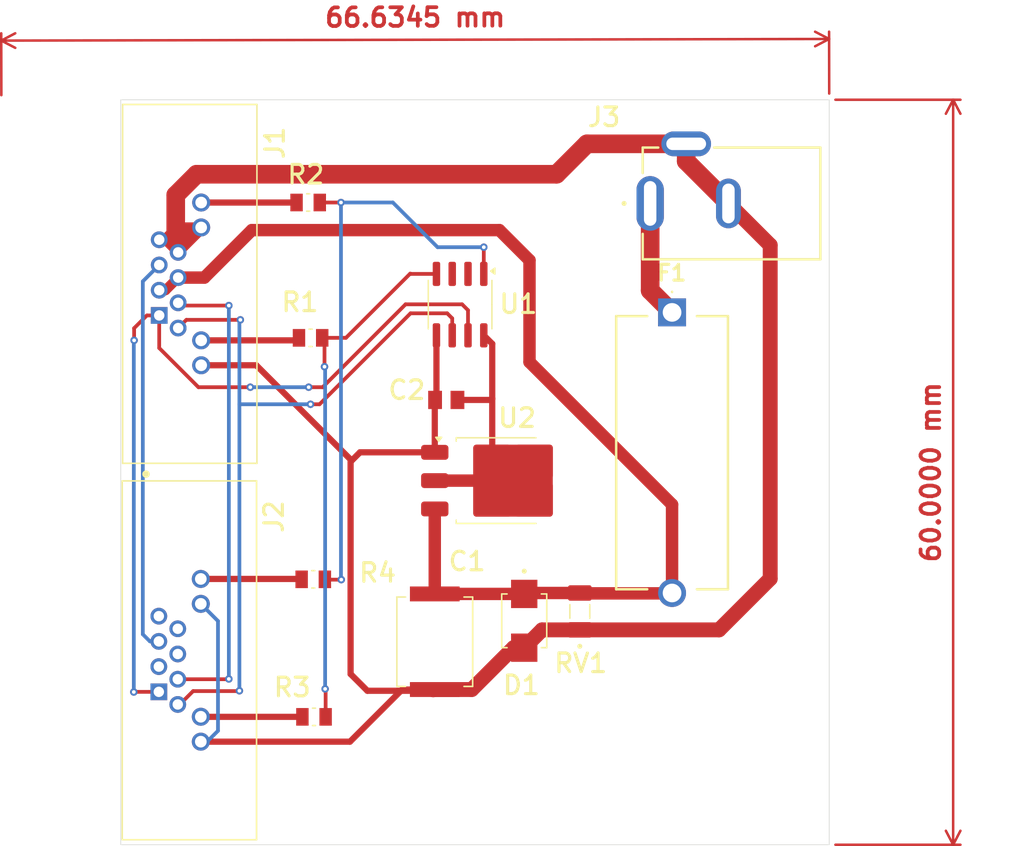
<source format=kicad_pcb>
(kicad_pcb (version 20240108) (generator "pcbnew") (generator_version "8.0")
  (layers (0 "F.Cu" signal) (31 "B.Cu" signal) (34 "B.Paste" user) (35 "F.Paste" user) (36 "B.SilkS" user "B.Silkscreen") (37 "F.SilkS" user "F.Silkscreen") (38 "B.Mask" user) (39 "F.Mask" user) (44 "Edge.Cuts" user))
  (net 0 "")
  (net 1 "Net-(F1-Pad1)")
  (net 2 "GND")
  (net 3 "+12V")
  (net 4 "+5VD")
  (net 5 "Net-(J1-Pad10)")
  (net 6 "Net-(J1-Pad12)")
  (net 9 "Net-(J2-Pad10)")
  (net 11 "Net-(J2-Pad12)")
  (net 13 "D")
  (net 14 "R")
  (net 17 "/RX+")
  (net 18 "/RX-")
  (net 19 "/TX1")
  (net 20 "/TX+")
  (footprint "Equatorial_foot:BEL_SS-60400-021" (layer "F.Cu") (at 88.6256 73.356 -90)
    (property "Reference" "J1" (at -11.356 -8.9494 90) (layer "F.SilkS") (effects (font (size 1.5 1.5) (thickness 0.25) (bold yes))))
    (property "Value" "SS-60400-021" (hide yes))
    (fp_line (start -14.45 3.3) (end -14.45 -7.51) (stroke (width 0.127)) (layer "F.SilkS"))
    (fp_line (start 14.45 3.3) (end -14.45 3.3) (stroke (width 0.127)) (layer "F.SilkS"))
    (fp_line (start -14.45 -7.51) (end 14.45 -7.51) (stroke (width 0.127)) (layer "F.SilkS"))
    (fp_line (start 14.45 -7.51) (end 14.45 3.3) (stroke (width 0.127)) (layer "F.SilkS"))
    (fp_circle (center 15.32 1.418) (end 15.47 1.418) (stroke (width 0.3)) (fill none) (layer "F.SilkS"))
    (pad "" np_thru_hole circle (at -9.271 0 270) (size 2.0828 2.0828) (drill 2.0828) (layers "*.Cu" "*.Mask"))
    (pad "" np_thru_hole circle (at 9.271 0 270) (size 2.0828 2.0828) (drill 2.0828) (layers "*.Cu" "*.Mask"))
    (pad "1" thru_hole rect (at 2.54 0.3556 270) (size 1.3462 1.3462) (drill 0.8382) (layers "*.Cu" "*.Mask") (net 20 "/TX+"))
    (pad "2" thru_hole circle (at 3.556 -1.1684 270) (size 1.3462 1.3462) (drill 0.8382) (layers "*.Cu" "*.Mask") (net 19 "/TX1"))
    (pad "3" thru_hole circle (at 1.524 -1.1684 270) (size 1.3462 1.3462) (drill 0.8382) (layers "*.Cu" "*.Mask") (net 17 "/RX+"))
    (pad "4" thru_hole circle (at -0.508 -1.1684 270) (size 1.3462 1.3462) (drill 0.8382) (layers "*.Cu" "*.Mask") (net 3 "+12V"))
    (pad "5" thru_hole circle (at 0.508 0.3556 270) (size 1.3462 1.3462) (drill 0.8382) (layers "*.Cu" "*.Mask") (net 3 "+12V"))
    (pad "6" thru_hole circle (at -1.524 0.3556 270) (size 1.3462 1.3462) (drill 0.8382) (layers "*.Cu" "*.Mask") (net 18 "/RX-"))
    (pad "7" thru_hole circle (at -3.556 0.3556 270) (size 1.3462 1.3462) (drill 0.8382) (layers "*.Cu" "*.Mask") (net 2 "GND"))
    (pad "8" thru_hole circle (at -2.54 -1.1684 270) (size 1.3462 1.3462) (drill 0.8382) (layers "*.Cu" "*.Mask") (net 2 "GND"))
    (pad "9" thru_hole circle (at 6.5532 -3.0226 270) (size 1.4478 1.4478) (drill 0.9398) (layers "*.Cu" "*.Mask") (net 2 "GND"))
    (pad "10" thru_hole circle (at 4.5466 -3.0226 270) (size 1.4478 1.4478) (drill 0.9398) (layers "*.Cu" "*.Mask") (net 5 "Net-(J1-Pad10)"))
    (pad "11" thru_hole circle (at -4.5466 -3.0226 270) (size 1.4478 1.4478) (drill 0.9398) (layers "*.Cu" "*.Mask") (net 2 "GND"))
    (pad "12" thru_hole circle (at -6.5532 -3.0226 270) (size 1.4478 1.4478) (drill 0.9398) (layers "*.Cu" "*.Mask") (net 6 "Net-(J1-Pad12)"))
  )
  (footprint "Equatorial_foot:RESC2012X65N" (layer "F.Cu") (at 100.455 77.7)
    (property "Reference" "R1" (at -0.855 -2.875 0) (layer "F.SilkS") (effects (font (size 1.5 1.5) (thickness 0.25) (bold yes))))
    (property "Value" "330R/1_4W" (hide yes))
    (fp_line (start -0.12 -0.7) (end 0.12 -0.7) (stroke (width 0.127)) (layer "F.SilkS"))
    (fp_line (start -0.12 0.7) (end 0.12 0.7) (stroke (width 0.127)) (layer "F.SilkS"))
    (pad "1" smd rect (at -0.935 0) (size 1 1.42) (layers "F.Cu" "F.Paste" "F.Mask") (net 5 "Net-(J1-Pad10)"))
    (pad "2" smd rect (at 0.935 0) (size 1 1.42) (layers "F.Cu" "F.Paste" "F.Mask") (net 13 "D"))
  )
  (footprint "Equatorial_foot:CAP_SMDIC04100TB00KQ00" (layer "F.Cu") (at 110.45 102.175 90)
    (property "Reference" "C1" (at 6.475 2.6 180) (layer "F.SilkS") (effects (font (size 1.5 1.5) (thickness 0.25) (bold yes))))
    (property "Value" "SMDIC04100TB00KQ00" (hide yes))
    (fp_line (start 3.6 -3.05) (end 3.6 -2.35) (stroke (width 0.127)) (layer "F.SilkS"))
    (fp_line (start -3.6 -3.05) (end 3.6 -3.05) (stroke (width 0.127)) (layer "F.SilkS"))
    (fp_line (start -3.6 -2.35) (end -3.6 -3.05) (stroke (width 0.127)) (layer "F.SilkS"))
    (fp_line (start -3.6 2.35) (end -3.6 3.05) (stroke (width 0.127)) (layer "F.SilkS"))
    (fp_line (start 3.6 3.05) (end 3.6 2.35) (stroke (width 0.127)) (layer "F.SilkS"))
    (fp_line (start -3.6 3.05) (end 3.6 3.05) (stroke (width 0.127)) (layer "F.SilkS"))
    (pad "1" smd rect (at -3.85 0 90) (size 1.2 4) (layers "F.Cu" "F.Paste" "F.Mask") (net 2 "GND"))
    (pad "2" smd rect (at 3.85 0 90) (size 1.2 4) (layers "F.Cu" "F.Paste" "F.Mask") (net 3 "+12V"))
  )
  (footprint "Equatorial_foot:BEL_SS-60400-021" (layer "F.Cu") (at 88.595 103.671 -90)
    (property "Reference" "J2" (at -11.571 -8.905 90) (layer "F.SilkS") (effects (font (size 1.5 1.5) (thickness 0.25) (bold yes))))
    (property "Value" "SS-60400-021" (hide yes))
    (fp_line (start -14.45 3.3) (end -14.45 -7.51) (stroke (width 0.127)) (layer "F.SilkS"))
    (fp_line (start 14.45 3.3) (end -14.45 3.3) (stroke (width 0.127)) (layer "F.SilkS"))
    (fp_line (start -14.45 -7.51) (end 14.45 -7.51) (stroke (width 0.127)) (layer "F.SilkS"))
    (fp_line (start 14.45 -7.51) (end 14.45 3.3) (stroke (width 0.127)) (layer "F.SilkS"))
    (pad "" np_thru_hole circle (at -9.271 0 270) (size 2.0828 2.0828) (drill 2.0828) (layers "*.Cu" "*.Mask"))
    (pad "" np_thru_hole circle (at 9.271 0 270) (size 2.0828 2.0828) (drill 2.0828) (layers "*.Cu" "*.Mask"))
    (pad "1" thru_hole rect (at 2.54 0.3556 270) (size 1.3462 1.3462) (drill 0.8382) (layers "*.Cu" "*.Mask") (net 20 "/TX+"))
    (pad "2" thru_hole circle (at 3.556 -1.1684 270) (size 1.3462 1.3462) (drill 0.8382) (layers "*.Cu" "*.Mask") (net 19 "/TX1"))
    (pad "3" thru_hole circle (at 1.524 -1.1684 270) (size 1.3462 1.3462) (drill 0.8382) (layers "*.Cu" "*.Mask") (net 17 "/RX+"))
    (pad "4" thru_hole circle (at -0.508 -1.1684 270) (size 1.3462 1.3462) (drill 0.8382) (layers "*.Cu" "*.Mask"))
    (pad "5" thru_hole circle (at 0.508 0.3556 270) (size 1.3462 1.3462) (drill 0.8382) (layers "*.Cu" "*.Mask"))
    (pad "6" thru_hole circle (at -1.524 0.3556 270) (size 1.3462 1.3462) (drill 0.8382) (layers "*.Cu" "*.Mask") (net 18 "/RX-"))
    (pad "7" thru_hole circle (at -3.556 0.3556 270) (size 1.3462 1.3462) (drill 0.8382) (layers "*.Cu" "*.Mask"))
    (pad "8" thru_hole circle (at -2.54 -1.1684 270) (size 1.3462 1.3462) (drill 0.8382) (layers "*.Cu" "*.Mask"))
    (pad "9" thru_hole circle (at 6.5532 -3.0226 270) (size 1.4478 1.4478) (drill 0.9398) (layers "*.Cu" "*.Mask") (net 2 "GND"))
    (pad "10" thru_hole circle (at 4.5466 -3.0226 270) (size 1.4478 1.4478) (drill 0.9398) (layers "*.Cu" "*.Mask") (net 9 "Net-(J2-Pad10)"))
    (pad "11" thru_hole circle (at -4.5466 -3.0226 270) (size 1.4478 1.4478) (drill 0.9398) (layers "*.Cu" "*.Mask") (net 2 "GND"))
    (pad "12" thru_hole circle (at -6.5532 -3.0226 270) (size 1.4478 1.4478) (drill 0.9398) (layers "*.Cu" "*.Mask") (net 11 "Net-(J2-Pad12)"))
  )
  (footprint "Equatorial_foot:696101000002" (layer "F.Cu") (at 129.55 75.65 -90)
    (property "Reference" "F1" (at -3.175 0.025 180) (layer "F.SilkS") (effects (font (size 1.27 1.27) (thickness 0.254))))
    (property "Value" "696101000002" (hide yes))
    (fp_line (start 0.3 4.5) (end 22.3 4.5) (stroke (width 0.2)) (layer "F.SilkS"))
    (fp_line (start 22.3 4.5) (end 22.3 2) (stroke (width 0.2)) (layer "F.SilkS"))
    (fp_line (start 0.3 2) (end 0.3 4.5) (stroke (width 0.2)) (layer "F.SilkS"))
    (fp_line (start -1.7 0) (end -1.7 0) (stroke (width 0.1)) (layer "F.SilkS"))
    (fp_line (start -1.6 0) (end -1.6 0) (stroke (width 0.1)) (layer "F.SilkS"))
    (fp_line (start 22.3 -2) (end 22.3 -4.5) (stroke (width 0.2)) (layer "F.SilkS"))
    (fp_line (start 0.3 -4.5) (end 0.3 -2) (stroke (width 0.2)) (layer "F.SilkS"))
    (fp_line (start 22.3 -4.5) (end 0.3 -4.5) (stroke (width 0.2)) (layer "F.SilkS"))
    (fp_arc (start -1.7 0) (mid -1.65 -0.05) (end -1.6 0) (stroke (width 0.1)) (layer "F.SilkS"))
    (fp_arc (start -1.6 0) (mid -1.65 0.05) (end -1.7 0) (stroke (width 0.1)) (layer "F.SilkS"))
    (pad "1" thru_hole rect (at 0 0 270) (size 2.25 2.25) (drill 1.5) (layers "*.Cu" "*.Mask") (net 1 "Net-(F1-Pad1)"))
    (pad "2" thru_hole circle (at 22.6 0 270) (size 2.25 2.25) (drill 1.5) (layers "*.Cu" "*.Mask") (net 3 "+12V"))
  )
  (footprint "Equatorial_foot:GCT_DCJ200-10-A-XX-K_REVA" (layer "F.Cu") (at 134.3375 66.875 90)
    (property "Reference" "J3" (at 6.95 -10.2625 180) (layer "F.SilkS") (effects (font (size 1.5 1.5) (thickness 0.25) (bold yes))))
    (property "Value" "DCJ200-10-A-XX-K_REVA" (hide yes))
    (fp_line (start 4.5 -7.15) (end 4.5 -5.9) (stroke (width 0.2)) (layer "F.SilkS"))
    (fp_line (start 2.45 -7.15) (end 4.5 -7.15) (stroke (width 0.2)) (layer "F.SilkS"))
    (fp_line (start -2.45 -7.15) (end -4.5 -7.15) (stroke (width 0.2)) (layer "F.SilkS"))
    (fp_line (start 4.5 7.15) (end 4.5 -1.4) (stroke (width 0.2)) (layer "F.SilkS"))
    (fp_line (start -4.5 7.15) (end -4.5 -7.15) (stroke (width 0.2)) (layer "F.SilkS"))
    (fp_line (start -4.5 7.15) (end 4.5 7.15) (stroke (width 0.2)) (layer "F.SilkS"))
    (fp_circle (center 0 -8.65) (end 0.1 -8.65) (stroke (width 0.2)) (fill none) (layer "F.SilkS"))
    (pad "1" thru_hole oval (at 0 -6.55 90) (size 4.4 2.2) (drill oval 3.6 1) (layers "*.Cu" "*.Mask") (net 1 "Net-(F1-Pad1)"))
    (pad "2" thru_hole oval (at 0 -0.25 90) (size 4 2) (drill oval 3.2 1) (layers "*.Cu" "*.Mask") (net 2 "GND"))
    (pad "3" thru_hole oval (at 4.8 -3.65 90) (size 2 4) (drill oval 1 3.2) (layers "*.Cu" "*.Mask") (net 2 "GND"))
  )
  (footprint "Equatorial_foot:22uF_16V" (layer "F.Cu") (at 111.375 82.7 180)
    (property "Reference" "C2" (at 3.175 0.8 0) (layer "F.SilkS") (effects (font (size 1.5 1.5) (thickness 0.25) (bold yes))))
    (property "Value" "22uF/16V" (hide yes))
    (pad "1" smd rect (at -0.9 0 180) (size 1.11 1.47) (layers "F.Cu" "F.Paste" "F.Mask") (net 4 "+5VD"))
    (pad "2" smd rect (at 0.9 0 180) (size 1.11 1.47) (layers "F.Cu" "F.Paste" "F.Mask") (net 2 "GND"))
  )
  (footprint "Equatorial_foot:DIOM4336X265N" (layer "F.Cu") (at 117.65 100.49 -90)
    (property "Reference" "D1" (at 5.185 0.225 180) (layer "F.SilkS") (effects (font (size 1.5 1.5) (thickness 0.25) (bold yes))))
    (property "Value" "SMBJ58A" (hide yes))
    (fp_line (start -2.1625 1.8125) (end 2.1625 1.8125) (stroke (width 0.127)) (layer "F.SilkS"))
    (fp_line (start -2.1625 1.8125) (end -2.1625 1.38) (stroke (width 0.127)) (layer "F.SilkS"))
    (fp_line (start 2.1625 1.8125) (end 2.1625 1.38) (stroke (width 0.127)) (layer "F.SilkS"))
    (fp_line (start 2.1625 -1.38) (end 2.1625 -1.8125) (stroke (width 0.127)) (layer "F.SilkS"))
    (fp_line (start -2.1625 -1.8125) (end -2.1625 -1.38) (stroke (width 0.127)) (layer "F.SilkS"))
    (fp_line (start 2.1625 -1.8125) (end -2.1625 -1.8125) (stroke (width 0.127)) (layer "F.SilkS"))
    (fp_circle (center -4 0) (end -3.9 0) (stroke (width 0.2)) (fill none) (layer "F.SilkS"))
    (pad "A" smd rect (at 2.165 0 270) (size 2.28 2.12) (layers "F.Cu" "F.Paste" "F.Mask") (net 2 "GND"))
    (pad "C" smd rect (at -2.165 0 270) (size 2.28 2.12) (layers "F.Cu" "F.Paste" "F.Mask") (net 3 "+12V"))
  )
  (footprint "Equatorial_foot:VARC3216X180N" (layer "F.Cu") (at 122.125 99.735 90)
    (property "Reference" "RV1" (at -4.165 0.075 180) (layer "F.SilkS") (effects (font (size 1.5 1.5) (thickness 0.25) (bold yes))))
    (property "Value" "V56MLA1206N" (hide yes))
    (fp_line (start 0.545 -0.8) (end -0.545 -0.8) (stroke (width 0.127)) (layer "F.SilkS"))
    (fp_line (start -0.545 0.8) (end 0.545 0.8) (stroke (width 0.127)) (layer "F.SilkS"))
    (fp_circle (center -2.805 0) (end -2.705 0) (stroke (width 0.2)) (fill none) (layer "F.SilkS"))
    (pad "1" smd roundrect (at -1.485 0 90) (size 1.24 1.89) (layers "F.Cu" "F.Paste" "F.Mask") (roundrect_rratio 0.125) (net 2 "GND"))
    (pad "2" smd roundrect (at 1.485 0 90) (size 1.24 1.89) (layers "F.Cu" "F.Paste" "F.Mask") (roundrect_rratio 0.125) (net 3 "+12V"))
  )
  (footprint "Package_SO:SOIC-8_3.9x4.9mm_P1.27mm" (layer "F.Cu") (at 112.49 75.025 -90)
    (property "Reference" "U1" (at -0.05 -4.685 0) (layer "F.SilkS") (effects (font (size 1.5 1.5) (thickness 0.25) (bold yes))))
    (property "Value" "SN75176AD" (hide yes))
    (fp_line (start 0 2.56) (end -1.95 2.56) (stroke (width 0.12)) (layer "F.SilkS"))
    (fp_line (start 0 2.56) (end 1.95 2.56) (stroke (width 0.12)) (layer "F.SilkS"))
    (fp_line (start 0 -2.56) (end -1.95 -2.56) (stroke (width 0.12)) (layer "F.SilkS"))
    (fp_line (start 0 -2.56) (end 1.95 -2.56) (stroke (width 0.12)) (layer "F.SilkS"))
    (fp_poly (pts (xy -2.7 -2.465) (xy -2.94 -2.795) (xy -2.46 -2.795) (xy -2.7 -2.465)) (stroke (width 0.12)) (fill solid) (layer "F.SilkS"))
    (pad "1" smd roundrect (at -2.475 -1.905 270) (size 1.95 0.6) (layers "F.Cu" "F.Paste" "F.Mask") (net 14 "R"))
    (pad "2" smd roundrect (at -2.475 -0.635 270) (size 1.95 0.6) (layers "F.Cu" "F.Paste" "F.Mask"))
    (pad "3" smd roundrect (at -2.475 0.635 270) (size 1.95 0.6) (layers "F.Cu" "F.Paste" "F.Mask"))
    (pad "4" smd roundrect (at -2.475 1.905 270) (size 1.95 0.6) (layers "F.Cu" "F.Paste" "F.Mask") (net 13 "D"))
    (pad "5" smd roundrect (at 2.475 1.905 270) (size 1.95 0.6) (layers "F.Cu" "F.Paste" "F.Mask") (net 2 "GND"))
    (pad "6" smd roundrect (at 2.475 0.635 270) (size 1.95 0.6) (layers "F.Cu" "F.Paste" "F.Mask") (net 19 "/TX1"))
    (pad "7" smd roundrect (at 2.475 -0.635 270) (size 1.95 0.6) (layers "F.Cu" "F.Paste" "F.Mask") (net 20 "/TX+"))
    (pad "8" smd roundrect (at 2.475 -1.905 270) (size 1.95 0.6) (layers "F.Cu" "F.Paste" "F.Mask") (net 4 "+5VD"))
  )
  (footprint "Equatorial_foot:RESC2012X65N" (layer "F.Cu") (at 100.67 97.15)
    (property "Reference" "R4" (at 5.18 -0.525 0) (layer "F.SilkS") (effects (font (size 1.5 1.5) (thickness 0.25) (bold yes))))
    (property "Value" "330R/1_4W")
    (fp_line (start -0.12 -0.7) (end 0.12 -0.7) (stroke (width 0.127)) (layer "F.SilkS"))
    (fp_line (start -0.12 0.7) (end 0.12 0.7) (stroke (width 0.127)) (layer "F.SilkS"))
    (pad "1" smd rect (at -0.935 0) (size 1 1.42) (layers "F.Cu" "F.Paste" "F.Mask") (net 11 "Net-(J2-Pad12)"))
    (pad "2" smd rect (at 0.935 0) (size 1 1.42) (layers "F.Cu" "F.Paste" "F.Mask") (net 14 "R"))
  )
  (footprint "Equatorial_foot:RESC2012X65N" (layer "F.Cu") (at 100.73 108.225)
    (property "Reference" "R3" (at -1.755 -2.375 0) (layer "F.SilkS") (effects (font (size 1.5 1.5) (thickness 0.25) (bold yes))))
    (property "Value" "330R/1_4W" (hide yes))
    (fp_line (start -0.12 -0.7) (end 0.12 -0.7) (stroke (width 0.127)) (layer "F.SilkS"))
    (fp_line (start -0.12 0.7) (end 0.12 0.7) (stroke (width 0.127)) (layer "F.SilkS"))
    (pad "1" smd rect (at -0.935 0) (size 1 1.42) (layers "F.Cu" "F.Paste" "F.Mask") (net 9 "Net-(J2-Pad10)"))
    (pad "2" smd rect (at 0.935 0) (size 1 1.42) (layers "F.Cu" "F.Paste" "F.Mask") (net 13 "D"))
  )
  (footprint "Package_TO_SOT_SMD:TO-252-3_TabPin2" (layer "F.Cu") (at 115.49 89.2)
    (property "Reference" "U2" (at 1.585 -5.05 0) (layer "F.SilkS") (effects (font (size 1.5 1.5) (thickness 0.25) (bold yes))))
    (property "Value" "LM1117DT-5.0" (hide yes))
    (fp_line (start -3.31 -3.45) (end -3.31 -3.18) (stroke (width 0.12)) (layer "F.SilkS"))
    (fp_line (start -3.31 3.45) (end -3.31 3.18) (stroke (width 0.12)) (layer "F.SilkS"))
    (fp_line (start 3.11 -3.45) (end -3.31 -3.45) (stroke (width 0.12)) (layer "F.SilkS"))
    (fp_line (start 3.11 3.45) (end -3.31 3.45) (stroke (width 0.12)) (layer "F.SilkS"))
    (fp_poly (pts (xy -4.725 -3.16) (xy -4.965 -3.49) (xy -4.485 -3.49) (xy -4.725 -3.16)) (stroke (width 0.12)) (fill solid) (layer "F.SilkS"))
    (pad "1" smd roundrect (at -5.04 -2.28) (size 2.2 1.2) (layers "F.Cu" "F.Paste" "F.Mask") (roundrect_rratio 0.208333) (net 2 "GND"))
    (pad "2" smd roundrect (at -5.04 0) (size 2.2 1.2) (layers "F.Cu" "F.Paste" "F.Mask") (roundrect_rratio 0.208333) (net 4 "+5VD"))
    (pad "2" smd roundrect (at -0.415 -1.525) (size 3.05 2.75) (layers "F.Cu" "F.Paste") (roundrect_rratio 0.090909) (net 4 "+5VD"))
    (pad "2" smd roundrect (at -0.415 1.525) (size 3.05 2.75) (layers "F.Cu" "F.Paste") (roundrect_rratio 0.090909) (net 4 "+5VD"))
    (pad "2" smd roundrect (at 1.26 0) (size 6.4 5.8) (layers "F.Cu" "F.Mask") (roundrect_rratio 0.043103) (net 4 "+5VD"))
    (pad "2" smd roundrect (at 2.935 -1.525) (size 3.05 2.75) (layers "F.Cu" "F.Paste") (roundrect_rratio 0.090909) (net 4 "+5VD"))
    (pad "2" smd roundrect (at 2.935 1.525) (size 3.05 2.75) (layers "F.Cu" "F.Paste") (roundrect_rratio 0.090909) (net 4 "+5VD"))
    (pad "3" smd roundrect (at -5.04 2.28) (size 2.2 1.2) (layers "F.Cu" "F.Paste" "F.Mask") (roundrect_rratio 0.208333) (net 3 "+12V"))
  )
  (footprint "Equatorial_foot:RESC2012X65N" (layer "F.Cu") (at 100.26 66.8)
    (property "Reference" "R2" (at -0.185 -2.25 0) (layer "F.SilkS") (effects (font (size 1.5 1.5) (thickness 0.25) (bold yes))))
    (property "Value" "330R/1_4W")
    (fp_line (start -0.12 -0.7) (end 0.12 -0.7) (stroke (width 0.127)) (layer "F.SilkS"))
    (fp_line (start -0.12 0.7) (end 0.12 0.7) (stroke (width 0.127)) (layer "F.SilkS"))
    (pad "1" smd rect (at -0.935 0) (size 1 1.42) (layers "F.Cu" "F.Paste" "F.Mask") (net 6 "Net-(J1-Pad12)"))
    (pad "2" smd rect (at 0.935 0) (size 1 1.42) (layers "F.Cu" "F.Paste" "F.Mask") (net 14 "R"))
  )
  (gr_rect (start 85.175 58.525) (end 142.2 118.525) (stroke (width 0.05)) (fill none) (layer "Edge.Cuts"))
  (dimension (type aligned) (layer "F.Cu") (pts (xy 142.2 58.525) (xy 75.5656 58.656)) (height 4.895851) (gr_text "66,6345 mm" (at 108.869636 51.894661 0.1126405797) (layer "F.Cu") (effects (font (size 1.5 1.5) (thickness 0.3)))) (format (prefix "") (suffix "") (units 3) (units_format 1) (precision 4)) (style (thickness 0.2) (arrow_length 1.27) (text_position_mode 0) (extension_height 0.58642) (extension_offset 0.5) keep_text_aligned))
  (dimension (type aligned) (layer "F.Cu") (pts (xy 142.2 58.525) (xy 142.2 118.525)) (height -9.975) (gr_text "60,0000 mm" (at 150.375 88.525 90) (layer "F.Cu") (effects (font (size 1.5 1.5) (thickness 0.3)))) (format (prefix "") (suffix "") (units 3) (units_format 1) (precision 4)) (style (thickness 0.2) (arrow_length 1.27) (text_position_mode 0) (extension_height 0.58642) (extension_offset 0.5) keep_text_aligned))
  (segment (start 127.7875 66.875) (end 127.7875 73.8875) (width 1.5) (layer "F.Cu") (net 1))
  (segment (start 129.725 75.475) (end 129.55 75.65) (width 1.5) (layer "F.Cu") (net 1))
  (segment (start 127.7875 73.8875) (end 129.55 75.65) (width 1.5) (layer "F.Cu") (net 1))
  (segment (start 91.6482 68.8094) (end 91.6482 68.9618) (width 0.8) (layer "F.Cu") (net 2))
  (segment (start 103.675 87.675) (end 103.675 87.5) (width 0.3) (layer "F.Cu") (net 2))
  (segment (start 130.6875 62.075) (end 130.6875 63.475) (width 1.5) (layer "F.Cu") (net 2))
  (segment (start 110.585 77.5) (end 110.585 82.59) (width 0.5) (layer "F.Cu") (net 2))
  (segment (start 137.45 70.2375) (end 134.0875 66.875) (width 1.2) (layer "F.Cu") (net 2))
  (segment (start 90.1156 68.8094) (end 88.9515 69.9735) (width 0.8) (layer "F.Cu") (net 2))
  (segment (start 130.6875 63.475) (end 134.0875 66.875) (width 1.5) (layer "F.Cu") (net 2))
  (segment (start 137.45 97.1) (end 137.45 70.2375) (width 1.2) (layer "F.Cu") (net 2))
  (segment (start 122.7 62.075) (end 130.6875 62.075) (width 1.5) (layer "F.Cu") (net 2))
  (segment (start 103.675 87.5) (end 96.0842 79.9092) (width 0.5) (layer "F.Cu") (net 2))
  (segment (start 88.27 69.8) (end 88.7 69.8) (width 0.8) (layer "F.Cu") (net 2))
  (segment (start 88.7 69.8) (end 89.6906 68.8094) (width 0.8) (layer "F.Cu") (net 2))
  (segment (start 103.675 87.675) (end 103.675 104.775) (width 0.5) (layer "F.Cu") (net 2))
  (segment (start 113.425 106.025) (end 116.795 102.655) (width 1.2) (layer "F.Cu") (net 2))
  (segment (start 110.45 106.025) (end 107.825 106.025) (width 0.5) (layer "F.Cu") (net 2))
  (segment (start 110.35 106.125) (end 108.15 106.125) (width 0.3) (layer "F.Cu") (net 2))
  (segment (start 91.275 64.525) (end 120.25 64.525) (width 1.5) (layer "F.Cu") (net 2))
  (segment (start 91.6482 68.9618) (end 89.794 70.816) (width 0.8) (layer "F.Cu") (net 2))
  (segment (start 88.778 69.8) (end 88.7 69.8) (width 0.8) (layer "F.Cu") (net 2))
  (segment (start 110.585 82.59) (end 110.475 82.7) (width 0.5) (layer "F.Cu") (net 2))
  (segment (start 96.0842 79.9092) (end 91.6482 79.9092) (width 0.5) (layer "F.Cu") (net 2))
  (segment (start 119.085 101.22) (end 133.33 101.22) (width 1.2) (layer "F.Cu") (net 2))
  (segment (start 107.825 106.025) (end 103.6258 110.2242) (width 0.5) (layer "F.Cu") (net 2))
  (segment (start 103.6258 110.2242) (end 91.6176 110.2242) (width 0.5) (layer "F.Cu") (net 2))
  (segment (start 91.1156 68.8094) (end 90.375 69.55) (width 0.8) (layer "F.Cu") (net 2))
  (segment (start 103.675 104.775) (end 105.025 106.125) (width 0.5) (layer "F.Cu") (net 2))
  (segment (start 110.45 82.725) (end 110.475 82.7) (width 0.5) (layer "F.Cu") (net 2))
  (segment (start 89.6 69.65) (end 89.6 66.2) (width 1.5) (layer "F.Cu") (net 2))
  (segment (start 110.325 106.15) (end 110.45 106.025) (width 1) (layer "F.Cu") (net 2))
  (segment (start 120.25 64.525) (end 122.7 62.075) (width 1.5) (layer "F.Cu") (net 2))
  (segment (start 89.794 70.816) (end 88.9515 69.9735) (width 0.8) (layer "F.Cu") (net 2))
  (segment (start 104.43 86.92) (end 103.675 87.675) (width 0.5) (layer "F.Cu") (net 2))
  (segment (start 110.45 106.025) (end 110.35 106.125) (width 0.3) (layer "F.Cu") (net 2))
  (segment (start 95.9658 79.9092) (end 91.6482 79.9092) (width 0.3) (layer "F.Cu") (net 2))
  (segment (start 89.75 69.8) (end 89.6 69.65) (width 0.8) (layer "F.Cu") (net 2))
  (segment (start 88.9515 69.9735) (end 88.778 69.8) (width 0.8) (layer "F.Cu") (net 2))
  (segment (start 110.45 106.025) (end 113.425 106.025) (width 1.2) (layer "F.Cu") (net 2))
  (segment (start 89.6906 68.8094) (end 91.6482 68.8094) (width 0.8) (layer "F.Cu") (net 2))
  (segment (start 110.45 86.92) (end 110.45 82.725) (width 0.5) (layer "F.Cu") (net 2))
  (segment (start 117.65 102.655) (end 119.085 101.22) (width 1.2) (layer "F.Cu") (net 2))
  (segment (start 91.6482 68.8094) (end 91.1156 68.8094) (width 0.8) (layer "F.Cu") (net 2))
  (segment (start 88.27 69.8) (end 89.75 69.8) (width 0.8) (layer "F.Cu") (net 2))
  (segment (start 110.45 86.92) (end 104.43 86.92) (width 0.5) (layer "F.Cu") (net 2))
  (segment (start 116.795 102.655) (end 117.65 102.655) (width 1.2) (layer "F.Cu") (net 2))
  (segment (start 110.35 106.125) (end 105.025 106.125) (width 0.5) (layer "F.Cu") (net 2))
  (segment (start 89.6 66.2) (end 91.275 64.525) (width 1.5) (layer "F.Cu") (net 2))
  (segment (start 133.33 101.22) (end 137.45 97.1) (width 1.2) (layer "F.Cu") (net 2))
  (segment (start 91.6482 68.8094) (end 90.1156 68.8094) (width 0.8) (layer "F.Cu") (net 2))
  (segment (start 89.75 69.8) (end 89.925 69.8) (width 0.8) (layer "F.Cu") (net 2))
  (segment (start 93 109.35) (end 93 100.5068) (width 0.3) (layer "B.Cu") (net 2))
  (segment (start 93 100.5068) (end 91.6176 99.1244) (width 0.3) (layer "B.Cu") (net 2))
  (segment (start 91.6176 110.2242) (end 92.1258 110.2242) (width 0.3) (layer "B.Cu") (net 2))
  (segment (start 92.1258 110.2242) (end 93 109.35) (width 0.3) (layer "B.Cu") (net 2))
  (segment (start 129.52 98.28) (end 129.55 98.25) (width 1) (layer "F.Cu") (net 3))
  (segment (start 88.27 73.864) (end 88.778 73.864) (width 0.8) (layer "F.Cu") (net 3))
  (segment (start 122.125 98.25) (end 117.725 98.25) (width 1) (layer "F.Cu") (net 3))
  (segment (start 122.155 98.28) (end 129.52 98.28) (width 1) (layer "F.Cu") (net 3))
  (segment (start 88.778 73.864) (end 89.794 72.848) (width 0.8) (layer "F.Cu") (net 3))
  (segment (start 110.345 91.375) (end 110.45 91.48) (width 0.8) (layer "F.Cu") (net 3))
  (segment (start 118.075 71.45) (end 115.65 69.025) (width 1) (layer "F.Cu") (net 3))
  (segment (start 129.55 91.125) (end 118.075 79.65) (width 1) (layer "F.Cu") (net 3))
  (segment (start 95.725 69.025) (end 91.902 72.848) (width 1) (layer "F.Cu") (net 3))
  (segment (start 117.65 98.325) (end 110.45 98.325) (width 1) (layer "F.Cu") (net 3))
  (segment (start 91.902 72.848) (end 89.794 72.848) (width 1) (layer "F.Cu") (net 3))
  (segment (start 115.65 69.025) (end 95.725 69.025) (width 1) (layer "F.Cu") (net 3))
  (segment (start 129.55 98.25) (end 129.55 91.125) (width 1) (layer "F.Cu") (net 3))
  (segment (start 118.075 79.65) (end 118.075 71.45) (width 1) (layer "F.Cu") (net 3))
  (segment (start 110.45 98.325) (end 110.45 91.48) (width 1) (layer "F.Cu") (net 3))
  (segment (start 122.125 98.25) (end 122.155 98.28) (width 1) (layer "F.Cu") (net 3))
  (segment (start 117.725 98.25) (end 117.65 98.325) (width 1) (layer "F.Cu") (net 3))
  (segment (start 114.395 77.5) (end 115.075 78.18) (width 0.5) (layer "F.Cu") (net 4))
  (segment (start 114.975 82.7) (end 115.075 82.6) (width 0.5) (layer "F.Cu") (net 4))
  (segment (start 110.45 89.2) (end 116.75 89.2) (width 1) (layer "F.Cu") (net 4))
  (segment (start 115.075 78.18) (end 115.075 82.6) (width 0.5) (layer "F.Cu") (net 4))
  (segment (start 115.075 82.6) (end 115.075 87.675) (width 0.5) (layer "F.Cu") (net 4))
  (segment (start 114.395 86.995) (end 115.075 87.675) (width 0.5) (layer "F.Cu") (net 4))
  (segment (start 112.275 82.7) (end 114.975 82.7) (width 0.5) (layer "F.Cu") (net 4))
  (segment (start 91.6482 77.9026) (end 99.3174 77.9026) (width 0.5) (layer "F.Cu") (net 5))
  (segment (start 99.3174 77.9026) (end 99.52 77.7) (width 0.3) (layer "F.Cu") (net 5))
  (segment (start 91.6482 66.8028) (end 99.3222 66.8028) (width 0.5) (layer "F.Cu") (net 6))
  (segment (start 99.3222 66.8028) (end 99.325 66.8) (width 0.3) (layer "F.Cu") (net 6))
  (segment (start 91.625 108.225) (end 99.795 108.225) (width 0.5) (layer "F.Cu") (net 9))
  (segment (start 99.7876 108.2176) (end 99.795 108.225) (width 0.8) (layer "F.Cu") (net 9))
  (segment (start 91.6176 108.2176) (end 91.625 108.225) (width 0.8) (layer "F.Cu") (net 9))
  (segment (start 91.6176 97.1178) (end 99.7028 97.1178) (width 0.5) (layer "F.Cu") (net 11))
  (segment (start 99.7028 97.1178) (end 99.735 97.15) (width 0.3) (layer "F.Cu") (net 11))
  (segment (start 101.575 80.025) (end 101.575 77.885) (width 0.3) (layer "F.Cu") (net 13))
  (segment (start 108.475 72.525) (end 108.5 72.55) (width 0.3) (layer "F.Cu") (net 13))
  (segment (start 101.665 106.015) (end 101.625 105.975) (width 0.3) (layer "F.Cu") (net 13))
  (segment (start 103.3 77.7) (end 108.475 72.525) (width 0.3) (layer "F.Cu") (net 13))
  (segment (start 108.5 72.55) (end 110.585 72.55) (width 0.3) (layer "F.Cu") (net 13))
  (segment (start 101.575 77.885) (end 101.39 77.7) (width 0.3) (layer "F.Cu") (net 13))
  (segment (start 101.39 77.7) (end 103.3 77.7) (width 0.3) (layer "F.Cu") (net 13))
  (segment (start 101.665 108.225) (end 101.665 106.015) (width 0.3) (layer "F.Cu") (net 13))
  (via (at 101.575 80.025) (size 0.6) (drill 0.3) (layers "F.Cu" "B.Cu") (net 13))
  (via (at 101.625 105.975) (size 0.6) (drill 0.3) (layers "F.Cu" "B.Cu") (net 13))
  (segment (start 101.625 105.975) (end 101.625 80.075) (width 0.3) (layer "B.Cu") (net 13))
  (segment (start 101.625 80.075) (end 101.575 80.025) (width 0.3) (layer "B.Cu") (net 13))
  (segment (start 114.395 72.55) (end 114.395 70.4) (width 0.3) (layer "F.Cu") (net 14))
  (segment (start 102.9 66.8) (end 101.195 66.8) (width 0.3) (layer "F.Cu") (net 14))
  (segment (start 102.925 97.175) (end 101.63 97.175) (width 0.3) (layer "F.Cu") (net 14))
  (segment (start 101.63 97.175) (end 101.605 97.15) (width 0.3) (layer "F.Cu") (net 14))
  (via (at 114.395 70.4) (size 0.6) (drill 0.3) (layers "F.Cu" "B.Cu") (net 14))
  (via (at 102.9 66.8) (size 0.6) (drill 0.3) (layers "F.Cu" "B.Cu") (net 14))
  (via (at 102.925 97.175) (size 0.6) (drill 0.3) (layers "F.Cu" "B.Cu") (net 14))
  (segment (start 110.675 70.4) (end 107.075 66.8) (width 0.3) (layer "B.Cu") (net 14))
  (segment (start 107.075 66.8) (end 102.9 66.8) (width 0.3) (layer "B.Cu") (net 14))
  (segment (start 114.395 70.4) (end 110.675 70.4) (width 0.3) (layer "B.Cu") (net 14))
  (segment (start 102.9 97.15) (end 102.925 97.175) (width 0.3) (layer "B.Cu") (net 14))
  (segment (start 102.9 66.8) (end 102.9 97.15) (width 0.3) (layer "B.Cu") (net 14))
  (segment (start 93.855 105.195) (end 93.875 105.175) (width 0.3) (layer "F.Cu") (net 17))
  (segment (start 93.875 75.1) (end 90.014 75.1) (width 0.3) (layer "F.Cu") (net 17))
  (segment (start 89.7634 105.195) (end 93.855 105.195) (width 0.3) (layer "F.Cu") (net 17))
  (segment (start 90.014 75.1) (end 89.794 74.88) (width 0.3) (layer "F.Cu") (net 17))
  (via (at 93.875 105.175) (size 0.6) (drill 0.3) (layers "F.Cu" "B.Cu") (net 17))
  (via (at 93.875 75.1) (size 0.6) (drill 0.3) (layers "F.Cu" "B.Cu") (net 17))
  (segment (start 93.875 105.175) (end 93.875 75.1) (width 0.3) (layer "B.Cu") (net 17))
  (segment (start 88.2394 102.147) (end 87.522 102.147) (width 0.3) (layer "B.Cu") (net 18))
  (segment (start 87.522 102.147) (end 86.95 101.575) (width 0.3) (layer "B.Cu") (net 18))
  (segment (start 86.95 101.575) (end 86.95 73.152) (width 0.3) (layer "B.Cu") (net 18))
  (segment (start 86.95 73.152) (end 88.27 71.832) (width 0.3) (layer "B.Cu") (net 18))
  (segment (start 88.27 71.832) (end 87.868 71.832) (width 0.3) (layer "B.Cu") (net 18))
  (segment (start 94.8 76.25) (end 90.456 76.25) (width 0.3) (layer "F.Cu") (net 19))
  (segment (start 89.923 107.227) (end 91 106.15) (width 0.3) (layer "F.Cu") (net 19))
  (segment (start 111.855 76.13) (end 111.45 75.725) (width 0.3) (layer "F.Cu") (net 19))
  (segment (start 91 106.15) (end 94.7 106.15) (width 0.3) (layer "F.Cu") (net 19))
  (segment (start 89.7634 107.227) (end 89.923 107.227) (width 0.3) (layer "F.Cu") (net 19))
  (segment (start 94.7 106.15) (end 94.725 106.125) (width 0.3) (layer "F.Cu") (net 19))
  (segment (start 108.5 75.725) (end 101.175 83.05) (width 0.3) (layer "F.Cu") (net 19))
  (segment (start 111.855 77.5) (end 111.855 76.13) (width 0.3) (layer "F.Cu") (net 19))
  (segment (start 111.45 75.725) (end 108.5 75.725) (width 0.3) (layer "F.Cu") (net 19))
  (segment (start 90.456 76.25) (end 89.794 76.912) (width 0.3) (layer "F.Cu") (net 19))
  (segment (start 101.175 83.05) (end 100.45 83.05) (width 0.3) (layer "F.Cu") (net 19))
  (via (at 100.45 83.05) (size 0.6) (drill 0.3) (layers "F.Cu" "B.Cu") (net 19))
  (via (at 94.725 106.125) (size 0.6) (drill 0.3) (layers "F.Cu" "B.Cu") (net 19))
  (via (at 94.8 76.25) (size 0.6) (drill 0.3) (layers "F.Cu" "B.Cu") (net 19))
  (segment (start 100.45 83.05) (end 94.725 83.05) (width 0.3) (layer "B.Cu") (net 19))
  (segment (start 94.725 83.05) (end 94.725 76.325) (width 0.3) (layer "B.Cu") (net 19))
  (segment (start 94.725 76.325) (end 94.8 76.25) (width 0.3) (layer "B.Cu") (net 19))
  (segment (start 94.725 106.125) (end 94.725 83.05) (width 0.3) (layer "B.Cu") (net 19))
  (segment (start 112.65 75) (end 108.1 75) (width 0.3) (layer "F.Cu") (net 20))
  (segment (start 86.239 106.211) (end 86.225 106.225) (width 0.3) (layer "F.Cu") (net 20))
  (segment (start 88.2394 106.211) (end 86.239 106.211) (width 0.3) (layer "F.Cu") (net 20))
  (segment (start 86.25 76.925) (end 87.279 75.896) (width 0.3) (layer "F.Cu") (net 20))
  (segment (start 88.27 78.52) (end 88.27 75.896) (width 0.3) (layer "F.Cu") (net 20))
  (segment (start 101.425 81.675) (end 100.3 81.675) (width 0.3) (layer "F.Cu") (net 20))
  (segment (start 87.279 75.896) (end 88.27 75.896) (width 0.3) (layer "F.Cu") (net 20))
  (segment (start 113.125 75.475) (end 112.65 75) (width 0.3) (layer "F.Cu") (net 20))
  (segment (start 91.425 81.675) (end 88.27 78.52) (width 0.3) (layer "F.Cu") (net 20))
  (segment (start 113.125 77.5) (end 113.125 75.475) (width 0.3) (layer "F.Cu") (net 20))
  (segment (start 95.6 81.675) (end 91.425 81.675) (width 0.3) (layer "F.Cu") (net 20))
  (segment (start 108.1 75) (end 101.425 81.675) (width 0.3) (layer "F.Cu") (net 20))
  (segment (start 86.25 77.9) (end 86.25 76.925) (width 0.3) (layer "F.Cu") (net 20))
  (via (at 95.6 81.675) (size 0.6) (drill 0.3) (layers "F.Cu" "B.Cu") (net 20))
  (via (at 86.25 77.9) (size 0.6) (drill 0.3) (layers "F.Cu" "B.Cu") (net 20))
  (via (at 86.225 106.225) (size 0.6) (drill 0.3) (layers "F.Cu" "B.Cu") (net 20))
  (via (at 100.3 81.675) (size 0.6) (drill 0.3) (layers "F.Cu" "B.Cu") (net 20))
  (segment (start 86.225 77.941) (end 86.225 77.925) (width 0.3) (layer "B.Cu") (net 20))
  (segment (start 86.225 106.225) (end 86.225 77.941) (width 0.3) (layer "B.Cu") (net 20))
  (segment (start 86.225 77.925) (end 86.25 77.9) (width 0.3) (layer "B.Cu") (net 20))
  (segment (start 95.6 81.675) (end 100.3 81.675) (width 0.3) (layer "B.Cu") (net 20))
)
</source>
